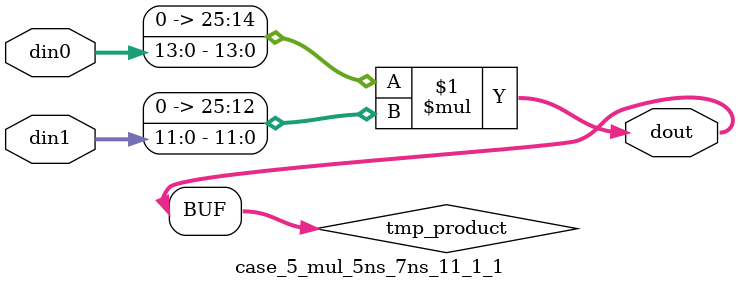
<source format=v>

`timescale 1 ns / 1 ps

 (* use_dsp = "no" *)  module case_5_mul_5ns_7ns_11_1_1(din0, din1, dout);
parameter ID = 1;
parameter NUM_STAGE = 0;
parameter din0_WIDTH = 14;
parameter din1_WIDTH = 12;
parameter dout_WIDTH = 26;

input [din0_WIDTH - 1 : 0] din0; 
input [din1_WIDTH - 1 : 0] din1; 
output [dout_WIDTH - 1 : 0] dout;

wire signed [dout_WIDTH - 1 : 0] tmp_product;
























assign tmp_product = $signed({1'b0, din0}) * $signed({1'b0, din1});











assign dout = tmp_product;





















endmodule

</source>
